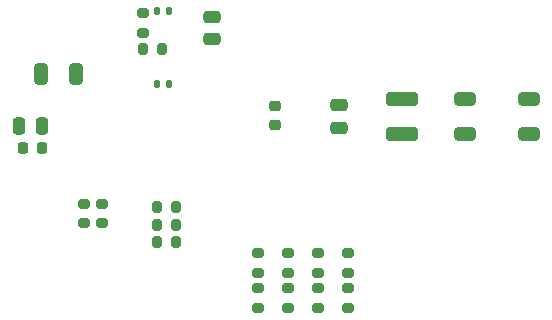
<source format=gbr>
%TF.GenerationSoftware,KiCad,Pcbnew,9.0.5*%
%TF.CreationDate,2025-10-15T03:39:03+09:00*%
%TF.ProjectId,fpga_pre_test,66706761-5f70-4726-955f-746573742e6b,rev?*%
%TF.SameCoordinates,Original*%
%TF.FileFunction,Paste,Bot*%
%TF.FilePolarity,Positive*%
%FSLAX46Y46*%
G04 Gerber Fmt 4.6, Leading zero omitted, Abs format (unit mm)*
G04 Created by KiCad (PCBNEW 9.0.5) date 2025-10-15 03:39:03*
%MOMM*%
%LPD*%
G01*
G04 APERTURE LIST*
G04 Aperture macros list*
%AMRoundRect*
0 Rectangle with rounded corners*
0 $1 Rounding radius*
0 $2 $3 $4 $5 $6 $7 $8 $9 X,Y pos of 4 corners*
0 Add a 4 corners polygon primitive as box body*
4,1,4,$2,$3,$4,$5,$6,$7,$8,$9,$2,$3,0*
0 Add four circle primitives for the rounded corners*
1,1,$1+$1,$2,$3*
1,1,$1+$1,$4,$5*
1,1,$1+$1,$6,$7*
1,1,$1+$1,$8,$9*
0 Add four rect primitives between the rounded corners*
20,1,$1+$1,$2,$3,$4,$5,0*
20,1,$1+$1,$4,$5,$6,$7,0*
20,1,$1+$1,$6,$7,$8,$9,0*
20,1,$1+$1,$8,$9,$2,$3,0*%
G04 Aperture macros list end*
%ADD10RoundRect,0.225000X-0.250000X0.225000X-0.250000X-0.225000X0.250000X-0.225000X0.250000X0.225000X0*%
%ADD11RoundRect,0.250000X-0.650000X0.325000X-0.650000X-0.325000X0.650000X-0.325000X0.650000X0.325000X0*%
%ADD12RoundRect,0.250000X-1.100000X0.325000X-1.100000X-0.325000X1.100000X-0.325000X1.100000X0.325000X0*%
%ADD13RoundRect,0.250000X-0.475000X0.250000X-0.475000X-0.250000X0.475000X-0.250000X0.475000X0.250000X0*%
%ADD14RoundRect,0.200000X0.275000X-0.200000X0.275000X0.200000X-0.275000X0.200000X-0.275000X-0.200000X0*%
%ADD15RoundRect,0.250000X0.250000X0.475000X-0.250000X0.475000X-0.250000X-0.475000X0.250000X-0.475000X0*%
%ADD16RoundRect,0.225000X0.225000X0.250000X-0.225000X0.250000X-0.225000X-0.250000X0.225000X-0.250000X0*%
%ADD17RoundRect,0.200000X0.200000X0.275000X-0.200000X0.275000X-0.200000X-0.275000X0.200000X-0.275000X0*%
%ADD18RoundRect,0.200000X-0.275000X0.200000X-0.275000X-0.200000X0.275000X-0.200000X0.275000X0.200000X0*%
%ADD19RoundRect,0.140000X0.140000X0.170000X-0.140000X0.170000X-0.140000X-0.170000X0.140000X-0.170000X0*%
%ADD20RoundRect,0.250000X0.475000X-0.250000X0.475000X0.250000X-0.475000X0.250000X-0.475000X-0.250000X0*%
%ADD21RoundRect,0.250000X0.325000X0.650000X-0.325000X0.650000X-0.325000X-0.650000X0.325000X-0.650000X0*%
G04 APERTURE END LIST*
D10*
%TO.C,C7*%
X150310000Y-92620000D03*
X150310000Y-94170000D03*
%TD*%
D11*
%TO.C,C10*%
X166405000Y-91990000D03*
X166405000Y-94940000D03*
%TD*%
D12*
%TO.C,C9*%
X161040000Y-94940000D03*
X161040000Y-91990000D03*
%TD*%
D13*
%TO.C,C8*%
X155675000Y-94415000D03*
X155675000Y-92515000D03*
%TD*%
D11*
%TO.C,C11*%
X171770000Y-94920000D03*
X171770000Y-91970000D03*
%TD*%
D14*
%TO.C,R14*%
X148870000Y-108010000D03*
X148870000Y-109660000D03*
%TD*%
D15*
%TO.C,C2*%
X130520000Y-94250000D03*
X128620000Y-94250000D03*
%TD*%
D16*
%TO.C,C3*%
X130520000Y-96130000D03*
X128970000Y-96130000D03*
%TD*%
D17*
%TO.C,R4*%
X140281493Y-102622499D03*
X141931493Y-102622499D03*
%TD*%
D14*
%TO.C,R1*%
X135610000Y-100885000D03*
X135610000Y-102535000D03*
%TD*%
D18*
%TO.C,R2*%
X134152689Y-102535000D03*
X134152689Y-100885000D03*
%TD*%
D17*
%TO.C,R3*%
X140281493Y-101162499D03*
X141931493Y-101162499D03*
%TD*%
%TO.C,R5*%
X140281493Y-104082499D03*
X141931493Y-104082499D03*
%TD*%
D19*
%TO.C,C6*%
X141290000Y-90740000D03*
X140330000Y-90740000D03*
%TD*%
D14*
%TO.C,R15*%
X148870000Y-106700000D03*
X148870000Y-105050000D03*
%TD*%
%TO.C,R13*%
X151410000Y-106690000D03*
X151410000Y-105040000D03*
%TD*%
%TO.C,R12*%
X151410000Y-109650000D03*
X151410000Y-108000000D03*
%TD*%
%TO.C,R11*%
X153950000Y-106690000D03*
X153950000Y-105040000D03*
%TD*%
%TO.C,R10*%
X153950000Y-109650000D03*
X153950000Y-108000000D03*
%TD*%
%TO.C,R9*%
X156495000Y-106690000D03*
X156495000Y-105040000D03*
%TD*%
%TO.C,R8*%
X156490000Y-109650000D03*
X156490000Y-108000000D03*
%TD*%
%TO.C,R7*%
X139145000Y-86400000D03*
X139145000Y-84750000D03*
%TD*%
D20*
%TO.C,C5*%
X144915000Y-86920000D03*
X144915000Y-85020000D03*
%TD*%
D19*
%TO.C,C4*%
X141275000Y-84560000D03*
X140315000Y-84560000D03*
%TD*%
D21*
%TO.C,C1*%
X133455000Y-89920000D03*
X130505000Y-89920000D03*
%TD*%
D17*
%TO.C,R6*%
X140725000Y-87790000D03*
X139075000Y-87790000D03*
%TD*%
M02*

</source>
